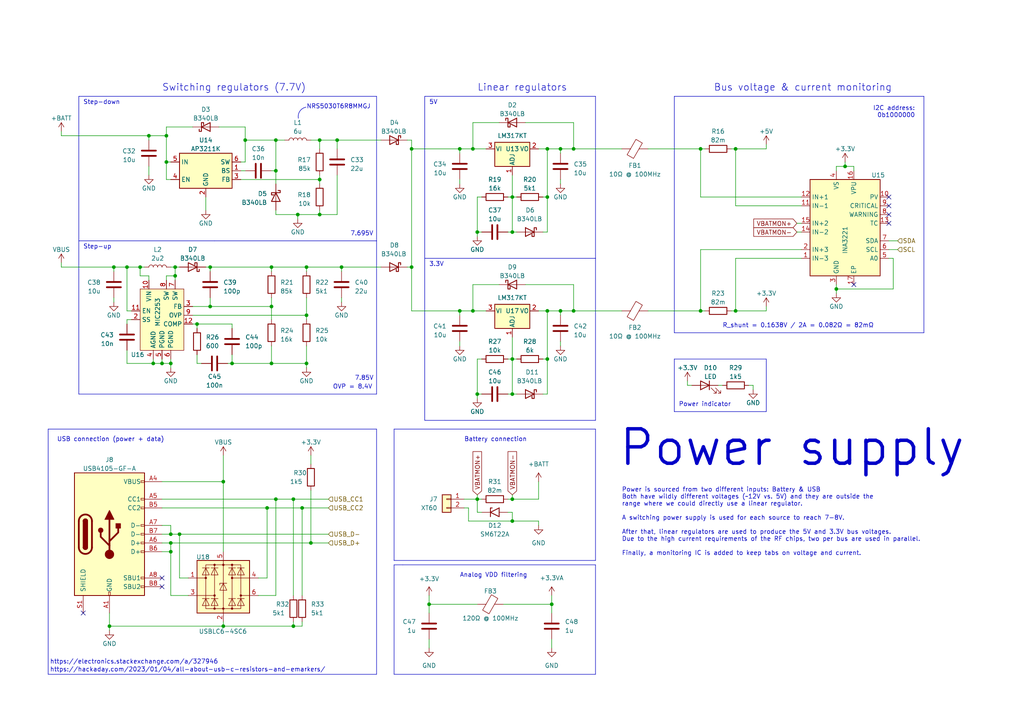
<source format=kicad_sch>
(kicad_sch (version 20230121) (generator eeschema)
  (paper "A4")
  (title_block (title "NOVA Flight computer") (date "2023-03-22") (rev "v0.0.1") (company "UCD Aerospace Engineering Team") (comment 1 "Til Blechschmidt"))
  (lib_symbols
    (symbol "Connector:USB_C_Receptacle_USB2.0" (pin_names (offset 1.016))
      (property "Reference" "J" (at -10.16 19.05 0))
      (property "Value" "USB_C_Receptacle_USB2.0" (at 19.05 19.05 0))
      (symbol "USB_C_Receptacle_USB2.0_1_1"
        (pin passive line (at 0 -22.86 90) (length 5.08) (name "GND") (number "A1"))
        (pin passive line (at 0 -22.86 90) (length 5.08) hide (name "GND") (number "A12"))
        (pin passive line (at 15.24 15.24 180) (length 5.08) (name "VBUS") (number "A4"))
        (pin bidirectional line (at 15.24 10.16 180) (length 5.08) (name "CC1") (number "A5"))
        (pin bidirectional line (at 15.24 -2.54 180) (length 5.08) (name "D+") (number "A6"))
        (pin bidirectional line (at 15.24 2.54 180) (length 5.08) (name "D-") (number "A7"))
        (pin bidirectional line (at 15.24 -12.7 180) (length 5.08) (name "SBU1") (number "A8"))
        (pin passive line (at 15.24 15.24 180) (length 5.08) hide (name "VBUS") (number "A9"))
        (pin passive line (at 0 -22.86 90) (length 5.08) hide (name "GND") (number "B1"))
        (pin passive line (at 0 -22.86 90) (length 5.08) hide (name "GND") (number "B12"))
        (pin passive line (at 15.24 15.24 180) (length 5.08) hide (name "VBUS") (number "B4"))
        (pin bidirectional line (at 15.24 7.62 180) (length 5.08) (name "CC2") (number "B5"))
        (pin bidirectional line (at 15.24 -5.08 180) (length 5.08) (name "D+") (number "B6"))
        (pin bidirectional line (at 15.24 0 180) (length 5.08) (name "D-") (number "B7"))
        (pin bidirectional line (at 15.24 -15.24 180) (length 5.08) (name "SBU2") (number "B8"))
        (pin passive line (at 15.24 15.24 180) (length 5.08) hide (name "VBUS") (number "B9"))
        (pin passive line (at -7.62 -22.86 90) (length 5.08) (name "SHIELD") (number "S1"))
      )
    )
    (symbol "Connector_Generic:Conn_01x02" (pin_names (offset 1.016) hide)
      (property "Reference" "J" (at 0 2.54 0))
      (property "Value" "Conn_01x02" (at 0 -5.08 0))
      (symbol "Conn_01x02_1_1"
        (pin passive line (at -5.08 0 0) (length 3.81) (name "Pin_1") (number "1"))
        (pin passive line (at -5.08 -2.54 0) (length 3.81) (name "Pin_2") (number "2"))
      )
    )
    (symbol "Device:C" (pin_numbers hide) (pin_names (offset 0.254))
      (property "Reference" "C" (at 0.635 2.54 0))
      (property "Value" "C" (at 0.635 -2.54 0))
      (symbol "C_1_1"
        (pin passive line (at 0 3.81 270) (length 2.794) (name "~") (number "1"))
        (pin passive line (at 0 -3.81 90) (length 2.794) (name "~") (number "2"))
      )
    )
    (symbol "Device:D_Schottky" (pin_numbers hide) (pin_names (offset 1.016) hide)
      (property "Reference" "D" (at 0 2.54 0))
      (property "Value" "D_Schottky" (at 0 -2.54 0))
      (symbol "D_Schottky_1_1"
        (pin passive line (at -3.81 0 0) (length 2.54) (name "K") (number "1"))
        (pin passive line (at 3.81 0 180) (length 2.54) (name "A") (number "2"))
      )
    )
    (symbol "Device:FerriteBead" (pin_numbers hide) (pin_names (offset 0))
      (property "Reference" "FB" (at -3.81 0.635 90))
      (property "Value" "FerriteBead" (at 3.81 0 90))
      (symbol "FerriteBead_1_1"
        (pin passive line (at 0 3.81 270) (length 2.54) (name "~") (number "1"))
        (pin passive line (at 0 -3.81 90) (length 2.54) (name "~") (number "2"))
      )
    )
    (symbol "Device:L" (pin_numbers hide) (pin_names (offset 1.016) hide)
      (property "Reference" "L" (at -1.27 0 90))
      (property "Value" "L" (at 1.905 0 90))
      (symbol "L_1_1"
        (pin passive line (at 0 3.81 270) (length 1.27) (name "1") (number "1"))
        (pin passive line (at 0 -3.81 90) (length 1.27) (name "2") (number "2"))
      )
    )
    (symbol "Device:LED" (pin_numbers hide) (pin_names (offset 1.016) hide)
      (property "Reference" "D" (at 0 2.54 0))
      (property "Value" "LED" (at 0 -2.54 0))
      (symbol "LED_1_1"
        (pin passive line (at -3.81 0 0) (length 2.54) (name "K") (number "1"))
        (pin passive line (at 3.81 0 180) (length 2.54) (name "A") (number "2"))
      )
    )
    (symbol "Device:R" (pin_numbers hide) (pin_names (offset 0))
      (property "Reference" "R" (at 2.032 0 90))
      (property "Value" "R" (at 0 0 90))
      (symbol "R_1_1"
        (pin passive line (at 0 3.81 270) (length 1.27) (name "~") (number "1"))
        (pin passive line (at 0 -3.81 90) (length 1.27) (name "~") (number "2"))
      )
    )
    (symbol "Diode:1N5822" (pin_numbers hide) (pin_names (offset 1.016) hide)
      (property "Reference" "D" (at 0 2.54 0))
      (property "Value" "1N5822" (at 0 -2.54 0))
      (symbol "1N5822_1_1"
        (pin passive line (at -3.81 0 0) (length 2.54) (name "K") (number "1"))
        (pin passive line (at 3.81 0 180) (length 2.54) (name "A") (number "2"))
      )
    )
    (symbol "Diode:SM6T22A" (pin_numbers hide) (pin_names (offset 1.016) hide)
      (property "Reference" "D" (at 0 2.54 0))
      (property "Value" "SM6T22A" (at 0 -2.54 0))
      (symbol "SM6T22A_1_1"
        (pin passive line (at -3.81 0 0) (length 2.54) (name "A1") (number "1"))
        (pin passive line (at 3.81 0 180) (length 2.54) (name "A2") (number "2"))
      )
    )
    (symbol "Odyssey:MIC2253"
      (property "Reference" "U" (at -21.59 2.54 0))
      (property "Value" "MIC2253" (at -21.59 5.08 0))
      (symbol "MIC2253_0_0"
        (pin power_in line (at -3.81 2.54 270) (length 2.54) (name "VIN") (number "10"))
        (pin input line (at -8.89 -6.35 0) (length 2.54) (name "EN") (number "11"))
        (pin input line (at 8.89 -10.16 180) (length 2.54) (name "COMP") (number "12"))
        (pin input line (at -8.89 -8.89 0) (length 2.54) (name "SS") (number "2"))
        (pin input line (at 8.89 -5.08 180) (length 2.54) (name "FB") (number "3"))
        (pin power_in line (at -2.54 -20.32 90) (length 2.54) (name "AGND") (number "4"))
        (pin power_in line (at 0 -20.32 90) (length 2.54) (name "PGND") (number "5"))
        (pin power_in line (at 2.54 -20.32 90) (length 2.54) (name "PGND") (number "6"))
        (pin bidirectional line (at 3.81 2.54 270) (length 2.54) (name "SW") (number "7"))
        (pin bidirectional line (at 1.27 2.54 270) (length 2.54) (name "SW") (number "8"))
        (pin input line (at 8.89 -7.62 180) (length 2.54) (name "OVP") (number "9"))
      )
      (symbol "MIC2253_1_0"
        (pin no_connect line (at 20.32 5.08 0) (length 2.54) hide (name "NC") (number "1"))
      )
    )
    (symbol "Power_Management:INA3221"
      (property "Reference" "U" (at -10.16 17.78 0))
      (property "Value" "INA3221" (at 5.08 17.78 0))
      (symbol "INA3221_1_1"
        (pin input line (at -12.7 -7.62 0) (length 2.54) (name "IN-3") (number "1"))
        (pin open_collector line (at 12.7 10.16 180) (length 2.54) (name "PV") (number "10"))
        (pin input line (at -12.7 7.62 0) (length 2.54) (name "IN-1") (number "11"))
        (pin input line (at -12.7 10.16 0) (length 2.54) (name "IN+1") (number "12"))
        (pin open_collector line (at 12.7 2.54 180) (length 2.54) (name "TC") (number "13"))
        (pin input line (at -12.7 0 0) (length 2.54) (name "IN-2") (number "14"))
        (pin input line (at -12.7 2.54 0) (length 2.54) (name "IN+2") (number "15"))
        (pin power_in line (at 2.54 17.78 270) (length 2.54) (name "VPU") (number "16"))
        (pin passive line (at 2.54 -15.24 90) (length 2.54) (name "EP") (number "17"))
        (pin input line (at -12.7 -5.08 0) (length 2.54) (name "IN+3") (number "2"))
        (pin power_in line (at -2.54 -15.24 90) (length 2.54) (name "GND") (number "3"))
        (pin power_in line (at -2.54 17.78 270) (length 2.54) (name "VS") (number "4"))
        (pin input line (at 12.7 -7.62 180) (length 2.54) (name "A0") (number "5"))
        (pin input line (at 12.7 -5.08 180) (length 2.54) (name "SCL") (number "6"))
        (pin bidirectional line (at 12.7 -2.54 180) (length 2.54) (name "SDA") (number "7"))
        (pin open_collector line (at 12.7 5.08 180) (length 2.54) (name "WARNING") (number "8"))
        (pin open_collector line (at 12.7 7.62 180) (length 2.54) (name "CRITICAL") (number "9"))
      )
    )
    (symbol "Power_Protection:USBLC6-4SC6" (pin_names hide)
      (property "Reference" "U" (at 2.54 8.89 0))
      (property "Value" "USBLC6-4SC6" (at 2.54 -8.89 0))
      (symbol "USBLC6-4SC6_1_1"
        (pin passive line (at -10.16 2.54 0) (length 2.54) (name "I/O1") (number "1"))
        (pin passive line (at 0 -10.16 90) (length 2.54) (name "GND") (number "2"))
        (pin passive line (at -10.16 -2.54 0) (length 2.54) (name "I/O2") (number "3"))
        (pin passive line (at 10.16 2.54 180) (length 2.54) (name "I/O3") (number "4"))
        (pin passive line (at 0 10.16 270) (length 2.54) (name "VBUS") (number "5"))
        (pin passive line (at 10.16 -2.54 180) (length 2.54) (name "I/O4") (number "6"))
      )
    )
    (symbol "Regulator_Linear:LM317_TO-263" (pin_names (offset 0.254))
      (property "Reference" "U" (at -3.81 3.175 0))
      (property "Value" "LM317_TO-263" (at 0 3.175 0))
      (symbol "LM317_TO-263_1_1"
        (pin input line (at 0 -7.62 90) (length 2.54) (name "ADJ") (number "1"))
        (pin power_out line (at 7.62 0 180) (length 2.54) (name "VO") (number "2"))
        (pin power_in line (at -7.62 0 0) (length 2.54) (name "VI") (number "3"))
      )
    )
    (symbol "Regulator_Switching:AP3211K"
      (property "Reference" "U" (at -7.62 6.35 0))
      (property "Value" "AP3211K" (at 0 6.35 0))
      (symbol "AP3211K_1_1"
        (pin passive line (at 10.16 0 180) (length 2.54) (name "BS") (number "1"))
        (pin power_in line (at 0 -7.62 90) (length 2.54) (name "GND") (number "2"))
        (pin input line (at 10.16 -2.54 180) (length 2.54) (name "FB") (number "3"))
        (pin input line (at -10.16 -2.54 0) (length 2.54) (name "EN") (number "4"))
        (pin power_in line (at -10.16 2.54 0) (length 2.54) (name "IN") (number "5"))
        (pin passive line (at 10.16 2.54 180) (length 2.54) (name "SW") (number "6"))
      )
    )
    (symbol "power:+3.3V" (power) (pin_names (offset 0))
      (property "Value" "+3.3V" (at 0 3.556 0))
      (symbol "+3.3V_1_1"
        (pin power_in line (at 0 0 90) (length 0) hide (name "+3.3V") (number "1"))
      )
    )
    (symbol "power:+3.3VA" (power) (pin_names (offset 0))
      (property "Value" "+3.3VA" (at 0 3.556 0))
      (symbol "+3.3VA_1_1"
        (pin power_in line (at 0 0 90) (length 0) hide (name "+3.3VA") (number "1"))
      )
    )
    (symbol "power:+5V" (power) (pin_names (offset 0))
      (property "Value" "+5V" (at 0 3.556 0))
      (symbol "+5V_1_1"
        (pin power_in line (at 0 0 90) (length 0) hide (name "+5V") (number "1"))
      )
    )
    (symbol "power:+BATT" (power) (pin_names (offset 0))
      (property "Value" "+BATT" (at 0 3.556 0))
      (symbol "+BATT_1_1"
        (pin power_in line (at 0 0 90) (length 0) hide (name "+BATT") (number "1"))
      )
    )
    (symbol "power:GND" (power) (pin_names (offset 0))
      (property "Value" "GND" (at 0 -3.81 0))
      (symbol "GND_1_1"
        (pin power_in line (at 0 0 270) (length 0) hide (name "GND") (number "1"))
      )
    )
    (symbol "power:VBUS" (power) (pin_names (offset 0))
      (property "Value" "VBUS" (at 0 3.81 0))
      (symbol "VBUS_1_1"
        (pin power_in line (at 0 0 90) (length 0) hide (name "VBUS") (number "1"))
      )
    )
  )
  (junction (at 43.18 39.37))
  (junction (at 31.75 181.61))
  (junction (at 49.53 157.48))
  (junction (at 92.71 52.07))
  (junction (at 44.45 105.41))
  (junction (at 60.96 77.47))
  (junction (at 137.16 43.18))
  (junction (at 80.01 40.64))
  (junction (at 88.9 77.47))
  (junction (at 166.37 43.18))
  (junction (at 92.71 40.64))
  (junction (at 49.53 105.41))
  (junction (at 88.9 91.44))
  (junction (at 78.74 77.47))
  (junction (at 158.75 104.14))
  (junction (at 78.74 105.41))
  (junction (at 119.38 77.47))
  (junction (at 85.09 181.61))
  (junction (at 245.11 48.26))
  (junction (at 138.43 67.31))
  (junction (at 48.26 39.37))
  (junction (at 203.2 43.18))
  (junction (at 60.96 88.9))
  (junction (at 50.8 77.47))
  (junction (at 160.02 175.26))
  (junction (at 158.75 43.18))
  (junction (at 49.53 154.94))
  (junction (at 124.46 175.26))
  (junction (at 78.74 88.9))
  (junction (at 148.59 144.78))
  (junction (at 133.35 43.18))
  (junction (at 40.64 77.47))
  (junction (at 203.2 90.17))
  (junction (at 92.71 62.23))
  (junction (at 148.59 151.13))
  (junction (at 158.75 90.17))
  (junction (at 99.06 77.47))
  (junction (at 88.9 105.41))
  (junction (at 67.31 105.41))
  (junction (at 52.07 154.94))
  (junction (at 148.59 104.14))
  (junction (at 213.36 90.17))
  (junction (at 90.17 157.48))
  (junction (at 48.26 46.99))
  (junction (at 213.36 43.18))
  (junction (at 242.57 83.82))
  (junction (at 138.43 144.78))
  (junction (at 77.47 147.32))
  (junction (at 86.36 62.23))
  (junction (at 133.35 90.17))
  (junction (at 64.77 181.61))
  (junction (at 158.75 57.15))
  (junction (at 97.79 40.64))
  (junction (at 148.59 67.31))
  (junction (at 87.63 147.32))
  (junction (at 46.99 105.41))
  (junction (at 119.38 43.18))
  (junction (at 80.01 144.78))
  (junction (at 166.37 90.17))
  (junction (at 162.56 43.18))
  (junction (at 71.12 40.64))
  (junction (at 85.09 144.78))
  (junction (at 57.15 93.98))
  (junction (at 36.83 77.47))
  (junction (at 148.59 114.3))
  (junction (at 64.77 139.7))
  (junction (at 138.43 114.3))
  (junction (at 162.56 90.17))
  (junction (at 80.01 49.53))
  (junction (at 33.02 77.47))
  (junction (at 49.53 160.02))
  (junction (at 50.8 80.01))
  (junction (at 137.16 90.17))
  (junction (at 148.59 57.15))
  (no_connect (at 257.81 62.23))
  (no_connect (at 247.65 82.55))
  (no_connect (at 257.81 64.77))
  (no_connect (at 46.99 170.18))
  (no_connect (at 46.99 167.64))
  (no_connect (at 24.13 177.8))
  (no_connect (at 257.81 59.69))
  (no_connect (at 257.81 57.15))
  (wire (pts (xy 138.43 114.3) (xy 139.7 114.3)))
  (wire (pts (xy 66.04 105.41) (xy 67.31 105.41)))
  (wire (pts (xy 232.41 72.39) (xy 203.2 72.39)))
  (wire (pts (xy 166.37 82.55) (xy 166.37 90.17)))
  (wire (pts (xy 67.31 95.25) (xy 67.31 93.98)))
  (wire (pts (xy 187.96 43.18) (xy 203.2 43.18)))
  (wire (pts (xy 64.77 139.7) (xy 64.77 160.02)))
  (wire (pts (xy 88.9 77.47) (xy 99.06 77.47)))
  (wire (pts (xy 97.79 40.64) (xy 97.79 43.18)))
  (wire (pts (xy 203.2 43.18) (xy 204.47 43.18)))
  (polyline (pts (xy 123.19 74.93) (xy 123.19 27.94)))
  (wire (pts (xy 260.35 69.85) (xy 257.81 69.85)))
  (wire (pts (xy 158.75 67.31) (xy 158.75 57.15)))
  (wire (pts (xy 60.96 86.36) (xy 60.96 88.9)))
  (wire (pts (xy 49.53 157.48) (xy 90.17 157.48)))
  (wire (pts (xy 85.09 144.78) (xy 85.09 172.72)))
  (wire (pts (xy 232.41 59.69) (xy 213.36 59.69)))
  (wire (pts (xy 78.74 49.53) (xy 80.01 49.53)))
  (wire (pts (xy 135.89 151.13) (xy 135.89 147.32)))
  (wire (pts (xy 60.96 77.47) (xy 78.74 77.47)))
  (polyline (pts (xy 109.22 27.94) (xy 22.86 27.94)))
  (wire (pts (xy 48.26 81.28) (xy 48.26 80.01)))
  (wire (pts (xy 124.46 172.72) (xy 124.46 175.26)))
  (wire (pts (xy 213.36 74.93) (xy 213.36 90.17)))
  (polyline (pts (xy 222.25 119.38) (xy 195.58 119.38)))
  (polyline (pts (xy 195.58 27.94) (xy 195.58 96.52)))
  (wire (pts (xy 203.2 72.39) (xy 203.2 90.17)))
  (wire (pts (xy 40.64 80.01) (xy 43.18 80.01)))
  (wire (pts (xy 36.83 90.17) (xy 36.83 77.47)))
  (wire (pts (xy 17.78 39.37) (xy 17.78 38.1)))
  (wire (pts (xy 36.83 101.6) (xy 36.83 105.41)))
  (wire (pts (xy 31.75 181.61) (xy 31.75 182.88)))
  (polyline (pts (xy 116.84 163.83) (xy 172.72 163.83)))
  (wire (pts (xy 148.59 97.79) (xy 148.59 104.14)))
  (wire (pts (xy 49.53 52.07) (xy 48.26 52.07)))
  (wire (pts (xy 50.8 80.01) (xy 50.8 81.28)))
  (wire (pts (xy 231.14 67.31) (xy 232.41 67.31)))
  (wire (pts (xy 259.08 74.93) (xy 259.08 83.82)))
  (wire (pts (xy 144.78 35.56) (xy 137.16 35.56)))
  (wire (pts (xy 160.02 172.72) (xy 160.02 175.26)))
  (wire (pts (xy 92.71 40.64) (xy 97.79 40.64)))
  (wire (pts (xy 71.12 40.64) (xy 80.01 40.64)))
  (wire (pts (xy 92.71 62.23) (xy 97.79 62.23)))
  (wire (pts (xy 78.74 105.41) (xy 88.9 105.41)))
  (wire (pts (xy 49.53 104.14) (xy 49.53 105.41)))
  (wire (pts (xy 90.17 40.64) (xy 92.71 40.64)))
  (wire (pts (xy 77.47 167.64) (xy 77.47 147.32)))
  (wire (pts (xy 87.63 147.32) (xy 87.63 172.72)))
  (wire (pts (xy 38.1 90.17) (xy 36.83 90.17)))
  (polyline (pts (xy 172.72 124.46) (xy 114.3 124.46)))
  (wire (pts (xy 162.56 99.06) (xy 162.56 100.33)))
  (wire (pts (xy 162.56 43.18) (xy 162.56 44.45)))
  (polyline (pts (xy 172.72 162.56) (xy 172.72 124.46)))
  (wire (pts (xy 148.59 114.3) (xy 149.86 114.3)))
  (wire (pts (xy 55.88 88.9) (xy 60.96 88.9)))
  (wire (pts (xy 49.53 160.02) (xy 49.53 157.48)))
  (polyline (pts (xy 123.19 27.94) (xy 172.72 27.94)))
  (wire (pts (xy 88.9 91.44) (xy 88.9 92.71)))
  (wire (pts (xy 71.12 40.64) (xy 71.12 46.99)))
  (wire (pts (xy 137.16 35.56) (xy 137.16 43.18)))
  (wire (pts (xy 46.99 152.4) (xy 49.53 152.4)))
  (wire (pts (xy 52.07 154.94) (xy 95.25 154.94)))
  (wire (pts (xy 60.96 88.9) (xy 78.74 88.9)))
  (wire (pts (xy 87.63 147.32) (xy 95.25 147.32)))
  (wire (pts (xy 139.7 57.15) (xy 138.43 57.15)))
  (wire (pts (xy 80.01 49.53) (xy 80.01 53.34)))
  (wire (pts (xy 158.75 43.18) (xy 162.56 43.18)))
  (wire (pts (xy 217.17 111.76) (xy 218.44 111.76)))
  (wire (pts (xy 162.56 43.18) (xy 166.37 43.18)))
  (wire (pts (xy 247.65 48.26) (xy 245.11 48.26)))
  (wire (pts (xy 135.89 147.32) (xy 134.62 147.32)))
  (polyline (pts (xy 22.86 69.85) (xy 62.23 69.85)))
  (wire (pts (xy 33.02 86.36) (xy 33.02 87.63)))
  (polyline (pts (xy 114.3 195.58) (xy 114.3 163.83)))
  (wire (pts (xy 118.11 40.64) (xy 119.38 40.64)))
  (wire (pts (xy 156.21 139.7) (xy 156.21 144.78)))
  (wire (pts (xy 133.35 99.06) (xy 133.35 100.33)))
  (wire (pts (xy 160.02 185.42) (xy 160.02 187.96)))
  (wire (pts (xy 242.57 49.53) (xy 242.57 48.26)))
  (wire (pts (xy 138.43 114.3) (xy 138.43 115.57)))
  (wire (pts (xy 242.57 48.26) (xy 245.11 48.26)))
  (wire (pts (xy 92.71 52.07) (xy 92.71 53.34)))
  (wire (pts (xy 48.26 46.99) (xy 49.53 46.99)))
  (polyline (pts (xy 195.58 104.14) (xy 222.25 104.14)))
  (wire (pts (xy 162.56 52.07) (xy 162.56 53.34)))
  (wire (pts (xy 69.85 52.07) (xy 92.71 52.07)))
  (wire (pts (xy 59.69 57.15) (xy 59.69 60.96)))
  (wire (pts (xy 99.06 77.47) (xy 110.49 77.47)))
  (wire (pts (xy 137.16 90.17) (xy 140.97 90.17)))
  (wire (pts (xy 57.15 93.98) (xy 55.88 93.98)))
  (wire (pts (xy 64.77 181.61) (xy 85.09 181.61)))
  (wire (pts (xy 49.53 154.94) (xy 52.07 154.94)))
  (wire (pts (xy 64.77 180.34) (xy 64.77 181.61)))
  (polyline (pts (xy 109.22 114.3) (xy 109.22 69.85)))
  (wire (pts (xy 166.37 90.17) (xy 180.34 90.17)))
  (wire (pts (xy 137.16 43.18) (xy 140.97 43.18)))
  (polyline (pts (xy 267.97 96.52) (xy 195.58 96.52)))
  (wire (pts (xy 148.59 57.15) (xy 148.59 67.31)))
  (wire (pts (xy 133.35 43.18) (xy 133.35 44.45)))
  (wire (pts (xy 46.99 147.32) (xy 77.47 147.32)))
  (polyline (pts (xy 109.22 69.85) (xy 109.22 27.94)))
  (polyline (pts (xy 195.58 27.94) (xy 267.97 27.94)))
  (polyline (pts (xy 195.58 104.14) (xy 195.58 119.38)))
  (wire (pts (xy 212.09 90.17) (xy 213.36 90.17)))
  (wire (pts (xy 259.08 83.82) (xy 242.57 83.82)))
  (wire (pts (xy 44.45 105.41) (xy 46.99 105.41)))
  (wire (pts (xy 33.02 77.47) (xy 33.02 78.74)))
  (polyline (pts (xy 123.19 121.92) (xy 172.72 121.92)))
  (wire (pts (xy 147.32 57.15) (xy 148.59 57.15)))
  (wire (pts (xy 158.75 43.18) (xy 158.75 57.15)))
  (wire (pts (xy 147.32 114.3) (xy 148.59 114.3)))
  (wire (pts (xy 46.99 104.14) (xy 46.99 105.41)))
  (wire (pts (xy 78.74 88.9) (xy 78.74 86.36)))
  (wire (pts (xy 43.18 39.37) (xy 48.26 39.37)))
  (wire (pts (xy 242.57 83.82) (xy 242.57 85.09)))
  (wire (pts (xy 138.43 57.15) (xy 138.43 67.31)))
  (wire (pts (xy 80.01 40.64) (xy 80.01 49.53)))
  (wire (pts (xy 48.26 52.07) (xy 48.26 46.99)))
  (wire (pts (xy 203.2 43.18) (xy 203.2 57.15)))
  (wire (pts (xy 48.26 80.01) (xy 50.8 80.01)))
  (wire (pts (xy 71.12 36.83) (xy 71.12 40.64)))
  (wire (pts (xy 157.48 114.3) (xy 158.75 114.3)))
  (wire (pts (xy 213.36 43.18) (xy 222.25 43.18)))
  (wire (pts (xy 80.01 144.78) (xy 85.09 144.78)))
  (wire (pts (xy 133.35 90.17) (xy 133.35 91.44)))
  (wire (pts (xy 92.71 60.96) (xy 92.71 62.23)))
  (polyline (pts (xy 114.3 162.56) (xy 172.72 162.56)))
  (wire (pts (xy 43.18 40.64) (xy 43.18 39.37)))
  (wire (pts (xy 158.75 90.17) (xy 162.56 90.17)))
  (wire (pts (xy 156.21 90.17) (xy 158.75 90.17)))
  (wire (pts (xy 78.74 100.33) (xy 78.74 105.41)))
  (wire (pts (xy 88.9 77.47) (xy 88.9 78.74)))
  (wire (pts (xy 40.64 77.47) (xy 41.91 77.47)))
  (wire (pts (xy 138.43 67.31) (xy 138.43 68.58)))
  (wire (pts (xy 80.01 60.96) (xy 80.01 62.23)))
  (wire (pts (xy 119.38 77.47) (xy 119.38 90.17)))
  (wire (pts (xy 199.39 111.76) (xy 200.66 111.76)))
  (wire (pts (xy 54.61 172.72) (xy 49.53 172.72)))
  (wire (pts (xy 152.4 82.55) (xy 166.37 82.55)))
  (wire (pts (xy 99.06 86.36) (xy 99.06 87.63)))
  (wire (pts (xy 124.46 175.26) (xy 124.46 177.8)))
  (polyline (pts (xy 22.86 114.3) (xy 109.22 114.3)))
  (wire (pts (xy 156.21 144.78) (xy 148.59 144.78)))
  (wire (pts (xy 138.43 104.14) (xy 138.43 114.3)))
  (wire (pts (xy 133.35 52.07) (xy 133.35 53.34)))
  (polyline (pts (xy 114.3 124.46) (xy 114.3 162.56)))
  (wire (pts (xy 90.17 157.48) (xy 95.25 157.48)))
  (wire (pts (xy 49.53 105.41) (xy 46.99 105.41)))
  (wire (pts (xy 232.41 74.93) (xy 213.36 74.93)))
  (wire (pts (xy 257.81 74.93) (xy 259.08 74.93)))
  (wire (pts (xy 92.71 52.07) (xy 92.71 50.8)))
  (wire (pts (xy 86.36 62.23) (xy 92.71 62.23)))
  (wire (pts (xy 78.74 88.9) (xy 78.74 92.71)))
  (wire (pts (xy 157.48 104.14) (xy 158.75 104.14)))
  (wire (pts (xy 146.05 175.26) (xy 160.02 175.26)))
  (wire (pts (xy 17.78 39.37) (xy 43.18 39.37)))
  (wire (pts (xy 148.59 57.15) (xy 149.86 57.15)))
  (wire (pts (xy 90.17 142.24) (xy 90.17 157.48)))
  (wire (pts (xy 17.78 77.47) (xy 17.78 76.2)))
  (wire (pts (xy 242.57 82.55) (xy 242.57 83.82)))
  (polyline (pts (xy 109.22 195.58) (xy 109.22 124.46)))
  (wire (pts (xy 148.59 104.14) (xy 148.59 114.3)))
  (wire (pts (xy 139.7 148.59) (xy 138.43 148.59)))
  (wire (pts (xy 67.31 105.41) (xy 78.74 105.41)))
  (wire (pts (xy 48.26 36.83) (xy 48.26 39.37)))
  (wire (pts (xy 57.15 95.25) (xy 57.15 93.98)))
  (wire (pts (xy 148.59 151.13) (xy 156.21 151.13)))
  (polyline (pts (xy 62.23 69.85) (xy 109.22 69.85)))
  (wire (pts (xy 88.9 105.41) (xy 88.9 106.68)))
  (wire (pts (xy 148.59 148.59) (xy 148.59 151.13)))
  (wire (pts (xy 118.11 77.47) (xy 119.38 77.47)))
  (wire (pts (xy 90.17 132.08) (xy 90.17 134.62)))
  (wire (pts (xy 87.63 180.34) (xy 87.63 181.61)))
  (wire (pts (xy 139.7 144.78) (xy 138.43 144.78)))
  (wire (pts (xy 57.15 105.41) (xy 58.42 105.41)))
  (wire (pts (xy 139.7 104.14) (xy 138.43 104.14)))
  (wire (pts (xy 133.35 43.18) (xy 137.16 43.18)))
  (wire (pts (xy 119.38 43.18) (xy 133.35 43.18)))
  (polyline (pts (xy 123.19 74.93) (xy 123.19 121.92)))
  (wire (pts (xy 119.38 90.17) (xy 133.35 90.17)))
  (wire (pts (xy 212.09 43.18) (xy 213.36 43.18)))
  (wire (pts (xy 97.79 40.64) (xy 110.49 40.64)))
  (wire (pts (xy 147.32 67.31) (xy 148.59 67.31)))
  (wire (pts (xy 147.32 148.59) (xy 148.59 148.59)))
  (wire (pts (xy 148.59 67.31) (xy 149.86 67.31)))
  (wire (pts (xy 74.93 172.72) (xy 80.01 172.72)))
  (polyline (pts (xy 13.97 195.58) (xy 109.22 195.58)))
  (wire (pts (xy 133.35 90.17) (xy 137.16 90.17)))
  (polyline (pts (xy 267.97 27.94) (xy 267.97 96.52)))
  (wire (pts (xy 156.21 43.18) (xy 158.75 43.18)))
  (wire (pts (xy 138.43 67.31) (xy 139.7 67.31)))
  (wire (pts (xy 148.59 104.14) (xy 149.86 104.14)))
  (polyline (pts (xy 13.97 124.46) (xy 13.97 195.58)))
  (wire (pts (xy 119.38 43.18) (xy 119.38 40.64)))
  (wire (pts (xy 85.09 180.34) (xy 85.09 181.61)))
  (wire (pts (xy 87.63 181.61) (xy 85.09 181.61)))
  (wire (pts (xy 74.93 167.64) (xy 77.47 167.64)))
  (polyline (pts (xy 222.25 104.14) (xy 222.25 119.38)))
  (wire (pts (xy 60.96 77.47) (xy 60.96 78.74)))
  (wire (pts (xy 213.36 90.17) (xy 222.25 90.17)))
  (polyline (pts (xy 109.22 124.46) (xy 13.97 124.46)))
  (wire (pts (xy 88.9 100.33) (xy 88.9 105.41)))
  (wire (pts (xy 119.38 43.18) (xy 119.38 77.47)))
  (wire (pts (xy 166.37 35.56) (xy 166.37 43.18)))
  (wire (pts (xy 46.99 157.48) (xy 49.53 157.48)))
  (wire (pts (xy 55.88 91.44) (xy 88.9 91.44)))
  (wire (pts (xy 80.01 40.64) (xy 82.55 40.64)))
  (wire (pts (xy 232.41 57.15) (xy 203.2 57.15)))
  (polyline (pts (xy 114.3 163.83) (xy 116.84 163.83)))
  (wire (pts (xy 67.31 102.87) (xy 67.31 105.41)))
  (wire (pts (xy 213.36 43.18) (xy 213.36 59.69)))
  (wire (pts (xy 43.18 80.01) (xy 43.18 81.28)))
  (wire (pts (xy 137.16 82.55) (xy 137.16 90.17)))
  (wire (pts (xy 260.35 72.39) (xy 257.81 72.39)))
  (wire (pts (xy 138.43 175.26) (xy 124.46 175.26)))
  (wire (pts (xy 54.61 167.64) (xy 52.07 167.64)))
  (wire (pts (xy 78.74 77.47) (xy 88.9 77.47)))
  (wire (pts (xy 31.75 181.61) (xy 64.77 181.61)))
  (wire (pts (xy 49.53 172.72) (xy 49.53 160.02)))
  (polyline (pts (xy 22.86 27.94) (xy 22.86 69.85)))
  (wire (pts (xy 199.39 110.49) (xy 199.39 111.76)))
  (wire (pts (xy 138.43 144.78) (xy 138.43 148.59)))
  (wire (pts (xy 36.83 77.47) (xy 40.64 77.47)))
  (wire (pts (xy 92.71 40.64) (xy 92.71 43.18)))
  (wire (pts (xy 148.59 144.78) (xy 147.32 144.78)))
  (wire (pts (xy 43.18 48.26) (xy 43.18 50.8)))
  (wire (pts (xy 222.25 90.17) (xy 222.25 88.9)))
  (wire (pts (xy 50.8 77.47) (xy 52.07 77.47)))
  (wire (pts (xy 36.83 105.41) (xy 44.45 105.41)))
  (polyline (pts (xy 172.72 27.94) (xy 172.72 74.93)))
  (wire (pts (xy 46.99 160.02) (xy 49.53 160.02)))
  (wire (pts (xy 49.53 105.41) (xy 49.53 106.68)))
  (wire (pts (xy 88.9 86.36) (xy 88.9 91.44)))
  (wire (pts (xy 36.83 92.71) (xy 38.1 92.71)))
  (wire (pts (xy 158.75 90.17) (xy 158.75 104.14)))
  (wire (pts (xy 36.83 93.98) (xy 36.83 92.71)))
  (wire (pts (xy 49.53 152.4) (xy 49.53 154.94)))
  (wire (pts (xy 247.65 49.53) (xy 247.65 48.26)))
  (wire (pts (xy 157.48 57.15) (xy 158.75 57.15)))
  (wire (pts (xy 99.06 77.47) (xy 99.06 78.74)))
  (wire (pts (xy 245.11 48.26) (xy 245.11 46.99)))
  (polyline (pts (xy 172.72 121.92) (xy 172.72 74.93)))
  (wire (pts (xy 138.43 144.78) (xy 134.62 144.78)))
  (wire (pts (xy 135.89 151.13) (xy 148.59 151.13)))
  (wire (pts (xy 48.26 46.99) (xy 48.26 39.37)))
  (wire (pts (xy 218.44 111.76) (xy 218.44 113.03)))
  (wire (pts (xy 50.8 80.01) (xy 50.8 77.47)))
  (wire (pts (xy 46.99 154.94) (xy 49.53 154.94)))
  (polyline (pts (xy 172.72 195.58) (xy 114.3 195.58)))
  (wire (pts (xy 46.99 144.78) (xy 80.01 144.78)))
  (wire (pts (xy 148.59 143.51) (xy 148.59 144.78)))
  (polyline (pts (xy 22.86 69.85) (xy 22.86 114.3)))
  (wire (pts (xy 86.36 63.5) (xy 86.36 62.23)))
  (wire (pts (xy 55.88 36.83) (xy 48.26 36.83)))
  (wire (pts (xy 64.77 132.08) (xy 64.77 139.7)))
  (wire (pts (xy 162.56 90.17) (xy 166.37 90.17)))
  (wire (pts (xy 124.46 185.42) (xy 124.46 187.96)))
  (wire (pts (xy 97.79 50.8) (xy 97.79 62.23)))
  (wire (pts (xy 69.85 46.99) (xy 71.12 46.99)))
  (wire (pts (xy 77.47 147.32) (xy 87.63 147.32)))
  (wire (pts (xy 17.78 77.47) (xy 33.02 77.47)))
  (wire (pts (xy 78.74 77.47) (xy 78.74 78.74)))
  (wire (pts (xy 57.15 102.87) (xy 57.15 105.41)))
  (polyline (pts (xy 172.72 163.83) (xy 172.72 195.58)))
  (wire (pts (xy 222.25 43.18) (xy 222.25 41.91)))
  (wire (pts (xy 203.2 90.17) (xy 204.47 90.17)))
  (wire (pts (xy 85.09 144.78) (xy 95.25 144.78)))
  (wire (pts (xy 209.55 111.76) (xy 208.28 111.76)))
  (wire (pts (xy 44.45 104.14) (xy 44.45 105.41)))
  (wire (pts (xy 156.21 151.13) (xy 156.21 152.4)))
  (wire (pts (xy 138.43 143.51) (xy 138.43 144.78)))
  (wire (pts (xy 57.15 93.98) (xy 67.31 93.98)))
  (wire (pts (xy 166.37 43.18) (xy 180.34 43.18)))
  (wire (pts (xy 147.32 104.14) (xy 148.59 104.14)))
  (wire (pts (xy 144.78 82.55) (xy 137.16 82.55)))
  (wire (pts (xy 80.01 172.72) (xy 80.01 144.78)))
  (wire (pts (xy 160.02 177.8) (xy 160.02 175.26)))
  (wire (pts (xy 148.59 50.8) (xy 148.59 57.15)))
  (wire (pts (xy 52.07 167.64) (xy 52.07 154.94)))
  (wire (pts (xy 187.96 90.17) (xy 203.2 90.17)))
  (wire (pts (xy 31.75 177.8) (xy 31.75 181.61)))
  (wire (pts (xy 162.56 90.17) (xy 162.56 91.44)))
  (wire (pts (xy 59.69 77.47) (xy 60.96 77.47)))
  (polyline (pts (xy 172.72 74.93) (xy 123.19 74.93)))
  (wire (pts (xy 49.53 77.47) (xy 50.8 77.47)))
  (wire (pts (xy 157.48 67.31) (xy 158.75 67.31)))
  (wire (pts (xy 63.5 36.83) (xy 71.12 36.83)))
  (wire (pts (xy 40.64 77.47) (xy 40.64 80.01)))
  (wire (pts (xy 158.75 114.3) (xy 158.75 104.14)))
  (wire (pts (xy 33.02 77.47) (xy 36.83 77.47)))
  (wire (pts (xy 231.14 64.77) (xy 232.41 64.77)))
  (wire (pts (xy 80.01 62.23) (xy 86.36 62.23)))
  (wire (pts (xy 69.85 49.53) (xy 71.12 49.53)))
  (wire (pts (xy 46.99 139.7) (xy 64.77 139.7)))
  (wire (pts (xy 152.4 35.56) (xy 166.37 35.56)))
  (arc (start 86.5398 34.3019) (mid 86.9734 32.2468) (end 88.7276 31.0916))
  (text "OVP = 8.4V" (at 96.52 113.03 0) (effects (font (size 1.27 1.27)) (justify left bottom)))
  (text "Switching regulators (7.7V)" (at 46.99 26.67 0) (effects (font (size 2 2)) (justify left bottom)))
  (text "Battery connection" (at 134.62 128.27 0) (effects (font (size 1.27 1.27)) (justify left bottom)))
  (text "NRS5030T6R8MMGJ" (at 88.9 31.75 0) (effects (font (size 1.27 1.27)) (justify left bottom)))
  (text "Step-down" (at 24.13 30.48 0) (effects (font (size 1.27 1.27)) (justify left bottom)))
  (text "5V\n" (at 124.46 30.48 0) (effects (font (size 1.27 1.27)) (justify left bottom)))
  (text "https://electronics.stackexchange.com/a/327946" (at 14.478 192.786 0) (effects (font (size 1.27 1.27)) (justify left bottom)))
  (text "R_shunt = 0.1638V / 2A = 0.082Ω = 82mΩ\n" (at 209.55 95.25 0) (effects (font (size 1.27 1.27)) (justify left bottom)))
  (text "7.695V" (at 101.6 68.58 0) (effects (font (size 1.27 1.27)) (justify left bottom)))
  (text "7.85V" (at 102.87 110.49 0) (effects (font (size 1.27 1.27)) (justify left bottom)))
  (text "https://hackaday.com/2023/01/04/all-about-usb-c-resistors-and-emarkers/" (at 14.478 195.072 0) (effects (font (size 1.27 1.27)) (justify left bottom)))
  (text "Power supply\n" (at 179.07 135.89 0) (effects (font (size 10 10) (thickness 1) bold) (justify left bottom)))
  (text "Linear regulators" (at 138.43 26.67 0) (effects (font (size 2 2)) (justify left bottom)))
  (text "Step-up" (at 24.13 72.39 0) (effects (font (size 1.27 1.27)) (justify left bottom)))
  (text "Analog VDD filtering" (at 133.35 167.64 0) (effects (font (size 1.27 1.27)) (justify left bottom)))
  (text "3.3V\n" (at 124.46 77.47 0) (effects (font (size 1.27 1.27)) (justify left bottom)))
  (text "USB connection (power + data)" (at 16.51 128.27 0) (effects (font (size 1.27 1.27)) (justify left bottom)))
  (text "Power indicator" (at 196.85 118.11 0) (effects (font (size 1.27 1.27)) (justify left bottom)))
  (text "Bus voltage & current monitoring" (at 207.01 26.67 0) (effects (font (size 2 2)) (justify left bottom)))
  (text "I2C address:\n0b1000000" (at 265.43 34.29 0) (effects (font (size 1.27 1.27)) (justify right bottom)))
  (text "Power is sourced from two different inputs: Battery & USB\nBoth have wildly different voltages (~12V vs. 5V) and they are outside the \nrange where we could directly use a linear regulator. \n\nA switching power supply is used for each source to reach 7-8V.\n\nAfter that, linear regulators are used to produce the 5V and 3.3V bus voltages. \nDue to the high current requirements of the RF chips, two per bus are used in parallel.\n\nFinally, a monitoring IC is added to keep tabs on voltage and current." (at 180.34 161.29 0) (effects (font (size 1.27 1.27)) (justify left bottom)))
  (global_label "VBATMON+" (shape input) (at 231.14 64.77 180) (property "Intersheetrefs" "${INTERSHEET_REFS}" (effects hide)))
  (global_label "VBATMON-" (shape input) (at 231.14 67.31 180) (property "Intersheetrefs" "${INTERSHEET_REFS}" (effects hide)))
  (global_label "VBATMON-" (shape input) (at 148.59 143.51 90) (property "Intersheetrefs" "${INTERSHEET_REFS}" (effects hide)))
  (global_label "VBATMON+" (shape input) (at 138.43 143.51 90) (property "Intersheetrefs" "${INTERSHEET_REFS}" (effects hide)))
  (hierarchical_label "SDA" (shape input) (at 260.35 69.85 0))
  (hierarchical_label "USB_CC1" (shape input) (at 95.25 144.78 0))
  (hierarchical_label "USB_D-" (shape input) (at 95.25 154.94 0))
  (hierarchical_label "USB_CC2" (shape input) (at 95.25 147.32 0))
  (hierarchical_label "USB_D+" (shape input) (at 95.25 157.48 0))
  (hierarchical_label "SCL" (shape input) (at 260.35 72.39 0))
  (symbol (lib_id "power:GND") (at 138.43 115.57 0) (unit 1)
    (property "Reference" "#PWR076" (effects hide))
    (property "Value" "GND" (at 138.43 119.38 0))
  )
  (symbol (lib_id "Device:R") (at 92.71 57.15 0) (mirror y) (unit 1)
    (property "Reference" "R18" (at 90.17 56.515 0) (effects (justify left)))
    (property "Value" "10k" (at 90.17 59.055 0) (effects (justify left)))
    (property "Footprint" "Resistor_SMD:R_0402_1005Metric_Pad0.72x0.64mm_HandSolder" (effects hide))
  )
  (symbol (lib_id "Diode:1N5822") (at 114.3 77.47 0) (mirror y) (unit 1)
    (property "Reference" "D8" (at 113.03 71.12 0) (effects (justify right)))
    (property "Value" "B340LB" (at 110.49 73.66 0) (effects (justify right)))
    (property "Footprint" "Diode_SMD:D_SMB_Handsoldering" (effects hide))
    (property "Datasheet" "http://www.vishay.com/docs/88526/1n5820.pdf" (effects hide))
  )
  (symbol (lib_id "Device:C") (at 133.35 48.26 0) (mirror y) (unit 1)
    (property "Reference" "C34" (at 129.54 47.625 0) (effects (justify left)))
    (property "Value" "10u" (at 129.54 50.165 0) (effects (justify left)))
    (property "Footprint" "Capacitor_SMD:C_0603_1608Metric_Pad1.08x0.95mm_HandSolder" (effects hide))
  )
  (symbol (lib_id "Connector:USB_C_Receptacle_USB2.0") (at 31.75 154.94 0) (unit 1)
    (property "Reference" "J8" (at 31.75 133.35 0))
    (property "Value" "USB4105-GF-A" (at 31.75 135.89 0))
    (property "Footprint" "Connector_USB:USB_C_Receptacle_GCT_USB4105-xx-A_16P_TopMnt_Horizontal" (effects hide))
    (property "Datasheet" "https://www.usb.org/sites/default/files/documents/usb_type-c.zip" (effects hide))
  )
  (symbol (lib_id "power:GND") (at 124.46 187.96 0) (unit 1)
    (property "Reference" "#PWR084" (effects hide))
    (property "Value" "GND" (at 124.46 193.04 0))
  )
  (symbol (lib_id "power:GND") (at 88.9 106.68 0) (unit 1)
    (property "Reference" "#PWR073" (effects hide))
    (property "Value" "GND" (at 88.9 110.49 0))
  )
  (symbol (lib_id "power:GND") (at 138.43 68.58 0) (unit 1)
    (property "Reference" "#PWR064" (effects hide))
    (property "Value" "GND" (at 138.43 72.39 0))
  )
  (symbol (lib_id "Device:D_Schottky") (at 55.88 77.47 180) (unit 1)
    (property "Reference" "D7" (at 55.88 72.39 0))
    (property "Value" "B340LB" (at 55.88 74.93 0))
    (property "Footprint" "Diode_SMD:D_SMB_Handsoldering" (effects hide))
  )
  (symbol (lib_id "Device:FerriteBead") (at 142.24 175.26 90) (unit 1)
    (property "Reference" "FB3" (at 142.24 171.45 90))
    (property "Value" "120Ω @ 100MHz" (at 142.24 179.324 90))
  )
  (symbol (lib_id "power:+3.3V") (at 90.17 132.08 0) (unit 1)
    (property "Reference" "#PWR078" (effects hide))
    (property "Value" "+3.3V" (at 90.17 128.27 0))
  )
  (symbol (lib_id "Device:R") (at 90.17 138.43 0) (unit 1)
    (property "Reference" "R30" (at 85.09 137.16 0) (effects (justify left)))
    (property "Value" "1k5" (at 84.074 139.7 0) (effects (justify left)))
    (property "Footprint" "Resistor_SMD:R_0402_1005Metric_Pad0.72x0.64mm_HandSolder" (effects hide))
  )
  (symbol (lib_id "Device:C") (at 43.18 44.45 0) (mirror y) (unit 1)
    (property "Reference" "C32" (at 39.37 43.815 0) (effects (justify left)))
    (property "Value" "10u" (at 39.37 46.355 0) (effects (justify left)))
    (property "Footprint" "Capacitor_SMD:C_0603_1608Metric_Pad1.08x0.95mm_HandSolder" (effects hide))
  )
  (symbol (lib_id "power:+BATT") (at 156.21 139.7 0) (unit 1)
    (property "Reference" "#PWR079" (effects hide))
    (property "Value" "+BATT" (at 156.21 134.62 0))
  )
  (symbol (lib_id "Device:R") (at 208.28 43.18 90) (unit 1)
    (property "Reference" "R16" (at 208.28 38.1 90))
    (property "Value" "82m" (at 208.28 40.64 90))
    (property "Footprint" "Resistor_SMD:R_1206_3216Metric_Pad1.30x1.75mm_HandSolder" (effects hide))
  )
  (symbol (lib_id "power:GND") (at 43.18 50.8 0) (unit 1)
    (property "Reference" "#PWR059" (effects hide))
    (property "Value" "GND" (at 43.18 54.61 0))
  )
  (symbol (lib_id "Odyssey:MIC2253") (at 46.99 83.82 0) (unit 1)
    (property "Reference" "U16" (at 41.91 102.87 0) (effects (justify right)))
    (property "Value" "MIC2253" (at 45.72 86.36 90) (effects (justify right)))
    (property "Footprint" "Package_DFN_QFN:DFN-12-1EP_3x3mm_P0.5mm_EP1.6x2.5mm" (effects hide))
    (property "Datasheet" "https://ww1.microchip.com/downloads/aemDocuments/documents/OTH/ProductDocuments/DataSheets/MIC2253-High-Current-1MHz-High-Efficiency-Boost-Regulator-with-OVP-and-Soft-Start-DS20006070A.pdf" (effects hide))
  )
  (symbol (lib_id "Regulator_Linear:LM317_TO-263") (at 148.59 43.18 0) (unit 1)
    (property "Reference" "U13" (at 148.59 43.18 0))
    (property "Value" "LM317KT" (at 148.59 39.37 0))
    (property "Footprint" "Package_TO_SOT_SMD:TO-263-3_TabPin2" (effects hide))
    (property "Datasheet" "http://www.ti.com/lit/ds/symlink/lm317.pdf" (effects hide))
  )
  (symbol (lib_id "power:GND") (at 162.56 53.34 0) (unit 1)
    (property "Reference" "#PWR061" (effects hide))
    (property "Value" "GND" (at 162.56 57.15 0))
  )
  (symbol (lib_id "Device:C") (at 133.35 95.25 0) (mirror y) (unit 1)
    (property "Reference" "C41" (at 129.54 94.615 0) (effects (justify left)))
    (property "Value" "10u" (at 129.54 97.155 0) (effects (justify left)))
    (property "Footprint" "Capacitor_SMD:C_0603_1608Metric_Pad1.08x0.95mm_HandSolder" (effects hide))
  )
  (symbol (lib_id "Device:C") (at 74.93 49.53 90) (unit 1)
    (property "Reference" "C36" (at 74.93 43.18 90))
    (property "Value" "10n" (at 74.93 45.72 90))
    (property "Footprint" "Capacitor_SMD:C_0402_1005Metric_Pad0.74x0.62mm_HandSolder" (effects hide))
  )
  (symbol (lib_id "Device:C") (at 97.79 46.99 0) (unit 1)
    (property "Reference" "C33" (at 101.6 46.355 0) (effects (justify left)))
    (property "Value" "22u" (at 101.6 48.895 0) (effects (justify left)))
    (property "Footprint" "Capacitor_SMD:C_0603_1608Metric_Pad1.08x0.95mm_HandSolder" (effects hide))
  )
  (symbol (lib_id "power:GND") (at 160.02 187.96 0) (unit 1)
    (property "Reference" "#PWR085" (effects hide))
    (property "Value" "GND" (at 160.02 193.04 0))
  )
  (symbol (lib_id "power:GND") (at 49.53 106.68 0) (unit 1)
    (property "Reference" "#PWR072" (effects hide))
    (property "Value" "GND" (at 49.53 110.49 0))
  )
  (symbol (lib_id "power:GND") (at 33.02 87.63 0) (unit 1)
    (property "Reference" "#PWR067" (effects hide))
    (property "Value" "GND" (at 33.02 91.44 0))
  )
  (symbol (lib_id "Device:R") (at 143.51 104.14 90) (unit 1)
    (property "Reference" "R27" (at 143.51 99.06 90))
    (property "Value" "10k" (at 143.51 101.6 90))
    (property "Footprint" "Resistor_SMD:R_0402_1005Metric_Pad0.72x0.64mm_HandSolder" (effects hide))
  )
  (symbol (lib_id "Device:C") (at 36.83 97.79 0) (mirror y) (unit 1)
    (property "Reference" "C43" (at 33.02 97.155 0) (effects (justify left)))
    (property "Value" "10n" (at 33.02 99.695 0) (effects (justify left)))
    (property "Footprint" "Capacitor_SMD:C_0402_1005Metric_Pad0.74x0.62mm_HandSolder" (effects hide))
  )
  (symbol (lib_id "Device:C") (at 33.02 82.55 0) (mirror y) (unit 1)
    (property "Reference" "C38" (at 29.21 81.915 0) (effects (justify left)))
    (property "Value" "10u" (at 29.21 84.455 0) (effects (justify left)))
    (property "Footprint" "Capacitor_SMD:C_0603_1608Metric_Pad1.08x0.95mm_HandSolder" (effects hide))
  )
  (symbol (lib_id "power:GND") (at 162.56 100.33 0) (unit 1)
    (property "Reference" "#PWR071" (effects hide))
    (property "Value" "GND" (at 162.56 104.14 0))
  )
  (symbol (lib_id "Device:C") (at 60.96 82.55 0) (unit 1)
    (property "Reference" "C39" (at 64.77 81.915 0) (effects (justify left)))
    (property "Value" "100p" (at 64.77 84.455 0) (effects (justify left)))
    (property "Footprint" "Capacitor_SMD:C_0402_1005Metric_Pad0.74x0.62mm_HandSolder" (effects hide))
  )
  (symbol (lib_id "Device:R") (at 57.15 99.06 0) (unit 1)
    (property "Reference" "R26" (at 59.69 97.79 0) (effects (justify left)))
    (property "Value" "600" (at 59.69 100.33 0) (effects (justify left)))
    (property "Footprint" "Resistor_SMD:R_0402_1005Metric_Pad0.72x0.64mm_HandSolder" (effects hide))
  )
  (symbol (lib_id "power:+3.3V") (at 245.11 46.99 0) (mirror y) (unit 1)
    (property "Reference" "#PWR058" (effects hide))
    (property "Value" "+3.3V" (at 245.11 43.18 0))
  )
  (symbol (lib_id "power:+BATT") (at 17.78 38.1 0) (unit 1)
    (property "Reference" "#PWR056" (effects hide))
    (property "Value" "+BATT" (at 17.78 34.29 0))
  )
  (symbol (lib_id "Device:C") (at 62.23 105.41 90) (mirror x) (unit 1)
    (property "Reference" "C45" (at 62.23 109.22 90))
    (property "Value" "100n" (at 62.23 111.76 90))
    (property "Footprint" "Capacitor_SMD:C_0402_1005Metric_Pad0.74x0.62mm_HandSolder" (effects hide))
  )
  (symbol (lib_id "Device:FerriteBead") (at 184.15 90.17 90) (unit 1)
    (property "Reference" "FB2" (at 184.15 94.996 90))
    (property "Value" "10Ω @ 100MHz" (at 184.15 97.536 90))
  )
  (symbol (lib_id "Device:C") (at 162.56 95.25 0) (unit 1)
    (property "Reference" "C42" (at 166.37 94.615 0) (effects (justify left)))
    (property "Value" "10u" (at 166.37 97.155 0) (effects (justify left)))
    (property "Footprint" "Capacitor_SMD:C_0603_1608Metric_Pad1.08x0.95mm_HandSolder" (effects hide))
  )
  (symbol (lib_id "Device:L") (at 86.36 40.64 90) (unit 1)
    (property "Reference" "L1" (at 86.36 35.56 90))
    (property "Value" "6u" (at 86.36 38.1 90))
  )
  (symbol (lib_id "power:GND") (at 31.75 182.88 0) (unit 1)
    (property "Reference" "#PWR083" (effects hide))
    (property "Value" "GND" (at 31.75 186.69 0))
  )
  (symbol (lib_id "Device:C") (at 162.56 48.26 0) (unit 1)
    (property "Reference" "C35" (at 166.37 47.625 0) (effects (justify left)))
    (property "Value" "10u" (at 166.37 50.165 0) (effects (justify left)))
    (property "Footprint" "Capacitor_SMD:C_0603_1608Metric_Pad1.08x0.95mm_HandSolder" (effects hide))
  )
  (symbol (lib_id "power:GND") (at 133.35 53.34 0) (unit 1)
    (property "Reference" "#PWR060" (effects hide))
    (property "Value" "GND" (at 133.35 57.15 0))
  )
  (symbol (lib_id "Diode:1N5822") (at 148.59 35.56 0) (unit 1)
    (property "Reference" "D2" (at 148.59 30.48 0))
    (property "Value" "B340LB" (at 148.59 33.02 0))
    (property "Footprint" "Diode_SMD:D_SMB_Handsoldering" (effects hide))
    (property "Datasheet" "http://www.vishay.com/docs/88526/1n5820.pdf" (effects hide))
  )
  (symbol (lib_id "power:GND") (at 133.35 100.33 0) (unit 1)
    (property "Reference" "#PWR070" (effects hide))
    (property "Value" "GND" (at 133.35 104.14 0))
  )
  (symbol (lib_id "Device:R") (at 213.36 111.76 90) (unit 1)
    (property "Reference" "R29" (at 213.36 106.68 90))
    (property "Value" "1k5" (at 213.36 109.22 90))
    (property "Footprint" "Resistor_SMD:R_0402_1005Metric_Pad0.72x0.64mm_HandSolder" (effects hide))
  )
  (symbol (lib_id "Diode:1N5822") (at 153.67 114.3 0) (mirror y) (unit 1)
    (property "Reference" "D11" (at 152.4 107.95 0) (effects (justify right)))
    (property "Value" "B340LB" (at 149.86 110.49 0) (effects (justify right)))
    (property "Footprint" "Diode_SMD:D_SMB_Handsoldering" (effects hide))
    (property "Datasheet" "http://www.vishay.com/docs/88526/1n5820.pdf" (effects hide))
  )
  (symbol (lib_id "Device:C") (at 124.46 181.61 0) (unit 1)
    (property "Reference" "C47" (at 120.65 180.34 0) (effects (justify right)))
    (property "Value" "1u" (at 120.65 182.88 0) (effects (justify right)))
    (property "Footprint" "Capacitor_SMD:C_0603_1608Metric_Pad1.08x0.95mm_HandSolder" (effects hide))
  )
  (symbol (lib_id "power:VBUS") (at 17.78 76.2 0) (unit 1)
    (property "Reference" "#PWR065" (effects hide))
    (property "Value" "VBUS" (at 17.78 72.39 0))
  )
  (symbol (lib_id "Device:C") (at 67.31 99.06 0) (unit 1)
    (property "Reference" "C44" (at 71.12 97.79 0) (effects (justify left)))
    (property "Value" "100p" (at 71.12 100.33 0) (effects (justify left)))
    (property "Footprint" "Capacitor_SMD:C_0402_1005Metric_Pad0.74x0.62mm_HandSolder" (effects hide))
  )
  (symbol (lib_id "Connector_Generic:Conn_01x02") (at 129.54 144.78 0) (mirror y) (unit 1)
    (property "Reference" "J7" (at 125.73 144.78 0))
    (property "Value" "XT60" (at 124.46 147.32 0))
  )
  (symbol (lib_id "Diode:1N5822") (at 153.67 67.31 0) (mirror y) (unit 1)
    (property "Reference" "D6" (at 152.4 60.96 0) (effects (justify right)))
    (property "Value" "B340LB" (at 149.86 63.5 0) (effects (justify right)))
    (property "Footprint" "Diode_SMD:D_SMB_Handsoldering" (effects hide))
    (property "Datasheet" "http://www.vishay.com/docs/88526/1n5820.pdf" (effects hide))
  )
  (symbol (lib_id "power:GND") (at 242.57 85.09 0) (mirror y) (unit 1)
    (property "Reference" "#PWR066" (effects hide))
    (property "Value" "GND" (at 242.57 88.9 0))
  )
  (symbol (lib_id "Device:L") (at 45.72 77.47 90) (unit 1)
    (property "Reference" "L2" (at 45.72 72.39 90))
    (property "Value" "2u2" (at 45.72 74.93 90))
  )
  (symbol (lib_id "Device:C") (at 160.02 181.61 0) (unit 1)
    (property "Reference" "C48" (at 163.83 180.3399 0) (effects (justify left)))
    (property "Value" "1u" (at 163.83 182.8799 0) (effects (justify left)))
    (property "Footprint" "Capacitor_SMD:C_0603_1608Metric_Pad1.08x0.95mm_HandSolder" (effects hide))
  )
  (symbol (lib_id "power:+3.3V") (at 124.46 172.72 0) (unit 1)
    (property "Reference" "#PWR081" (effects hide))
    (property "Value" "+3.3V" (at 124.46 167.894 0))
  )
  (symbol (lib_id "Device:R") (at 153.67 57.15 90) (unit 1)
    (property "Reference" "R20" (at 153.67 52.07 90))
    (property "Value" "5k1" (at 153.67 54.61 90))
    (property "Footprint" "Resistor_SMD:R_0402_1005Metric_Pad0.72x0.64mm_HandSolder" (effects hide))
  )
  (symbol (lib_id "power:GND") (at 218.44 113.03 0) (unit 1)
    (property "Reference" "#PWR075" (effects hide))
    (property "Value" "GND" (at 218.44 116.84 0))
  )
  (symbol (lib_id "Device:R") (at 153.67 104.14 90) (unit 1)
    (property "Reference" "R28" (at 153.67 99.06 90))
    (property "Value" "6k" (at 153.67 101.6 90))
    (property "Footprint" "Resistor_SMD:R_0402_1005Metric_Pad0.72x0.64mm_HandSolder" (effects hide))
  )
  (symbol (lib_id "power:+3.3V") (at 199.39 110.49 0) (unit 1)
    (property "Reference" "#PWR074" (effects hide))
    (property "Value" "+3.3V" (at 199.39 106.68 0))
  )
  (symbol (lib_id "Device:D_Schottky") (at 59.69 36.83 0) (mirror x) (unit 1)
    (property "Reference" "D3" (at 59.69 31.75 0))
    (property "Value" "B340LB" (at 59.69 34.29 0))
    (property "Footprint" "Diode_SMD:D_SMB_Handsoldering" (effects hide))
  )
  (symbol (lib_id "Device:R") (at 85.09 176.53 0) (unit 1)
    (property "Reference" "R32" (at 80.01 175.26 0) (effects (justify left)))
    (property "Value" "5k1" (at 78.994 177.8 0) (effects (justify left)))
    (property "Footprint" "Resistor_SMD:R_0402_1005Metric_Pad0.72x0.64mm_HandSolder" (effects hide))
  )
  (symbol (lib_id "Device:R") (at 88.9 82.55 0) (unit 1)
    (property "Reference" "R22" (at 91.44 81.915 0) (effects (justify left)))
    (property "Value" "5k1" (at 91.44 84.455 0) (effects (justify left)))
    (property "Footprint" "Resistor_SMD:R_0402_1005Metric_Pad0.72x0.64mm_HandSolder" (effects hide))
  )
  (symbol (lib_id "Device:R") (at 78.74 82.55 0) (unit 1)
    (property "Reference" "R21" (at 81.28 81.915 0) (effects (justify left)))
    (property "Value" "85k" (at 81.28 84.455 0) (effects (justify left)))
    (property "Footprint" "Resistor_SMD:R_0402_1005Metric_Pad0.72x0.64mm_HandSolder" (effects hide))
  )
  (symbol (lib_id "power:+5V") (at 222.25 41.91 0) (unit 1)
    (property "Reference" "#PWR057" (effects hide))
    (property "Value" "+5V" (at 222.25 38.1 0))
  )
  (symbol (lib_id "Regulator_Linear:LM317_TO-263") (at 148.59 90.17 0) (unit 1)
    (property "Reference" "U17" (at 148.59 90.17 0))
    (property "Value" "LM317KT" (at 148.59 86.36 0))
    (property "Footprint" "Package_TO_SOT_SMD:TO-263-3_TabPin2" (effects hide))
    (property "Datasheet" "http://www.ti.com/lit/ds/symlink/lm317.pdf" (effects hide))
  )
  (symbol (lib_id "Device:R") (at 143.51 57.15 90) (unit 1)
    (property "Reference" "R19" (at 143.51 52.07 90))
    (property "Value" "16k" (at 143.51 54.61 90))
    (property "Footprint" "Resistor_SMD:R_0402_1005Metric_Pad0.72x0.64mm_HandSolder" (effects hide))
  )
  (symbol (lib_id "Device:R") (at 208.28 90.17 90) (unit 1)
    (property "Reference" "R23" (at 208.28 85.09 90))
    (property "Value" "82m" (at 208.28 87.63 90))
    (property "Footprint" "Resistor_SMD:R_1206_3216Metric_Pad1.30x1.75mm_HandSolder" (effects hide))
  )
  (symbol (lib_id "Device:R") (at 88.9 96.52 0) (unit 1)
    (property "Reference" "R25" (at 91.44 95.885 0) (effects (justify left)))
    (property "Value" "10k" (at 91.44 98.425 0) (effects (justify left)))
    (property "Footprint" "Resistor_SMD:R_0402_1005Metric_Pad0.72x0.64mm_HandSolder" (effects hide))
  )
  (symbol (lib_id "Device:C") (at 143.51 114.3 90) (unit 1)
    (property "Reference" "C46" (at 143.51 107.95 90))
    (property "Value" "10u" (at 143.51 110.49 90))
    (property "Footprint" "Capacitor_SMD:C_0603_1608Metric_Pad1.08x0.95mm_HandSolder" (effects hide))
  )
  (symbol (lib_id "Power_Management:INA3221") (at 245.11 67.31 0) (unit 1)
    (property "Reference" "U15" (at 252.73 50.8 0) (effects (justify left)))
    (property "Value" "INA3221" (at 245.11 73.66 90) (effects (justify left)))
    (property "Footprint" "Package_DFN_QFN:Texas_RGV_S-PVQFN-N16_EP2.1x2.1mm" (effects hide))
    (property "Datasheet" "http://www.ti.com/lit/ds/symlink/ina3221.pdf" (effects hide))
  )
  (symbol (lib_id "Device:R") (at 92.71 46.99 0) (mirror y) (unit 1)
    (property "Reference" "R17" (at 90.17 46.355 0) (effects (justify left)))
    (property "Value" "85k" (at 90.17 48.895 0) (effects (justify left)))
    (property "Footprint" "Resistor_SMD:R_0402_1005Metric_Pad0.72x0.64mm_HandSolder" (effects hide))
  )
  (symbol (lib_id "Diode:1N5822") (at 148.59 82.55 0) (unit 1)
    (property "Reference" "D9" (at 148.59 77.47 0))
    (property "Value" "B340LB" (at 148.59 80.01 0))
    (property "Footprint" "Diode_SMD:D_SMB_Handsoldering" (effects hide))
    (property "Datasheet" "http://www.vishay.com/docs/88526/1n5820.pdf" (effects hide))
  )
  (symbol (lib_id "Device:R") (at 87.63 176.53 0) (unit 1)
    (property "Reference" "R33" (at 90.17 175.2599 0) (effects (justify left)))
    (property "Value" "5k1" (at 90.17 177.7999 0) (effects (justify left)))
    (property "Footprint" "Resistor_SMD:R_0402_1005Metric_Pad0.72x0.64mm_HandSolder" (effects hide))
  )
  (symbol (lib_id "Device:R") (at 78.74 96.52 0) (unit 1)
    (property "Reference" "R24" (at 81.28 95.885 0) (effects (justify left)))
    (property "Value" "16k" (at 81.28 98.425 0) (effects (justify left)))
    (property "Footprint" "Resistor_SMD:R_0402_1005Metric_Pad0.72x0.64mm_HandSolder" (effects hide))
  )
  (symbol (lib_id "Regulator_Switching:AP3211K") (at 59.69 49.53 0) (unit 1)
    (property "Reference" "U14" (at 59.69 40.64 0))
    (property "Value" "AP3211K" (at 59.69 43.18 0))
    (property "Footprint" "Package_TO_SOT_SMD:SOT-23-6" (effects hide))
    (property "Datasheet" "https://www.diodes.com/assets/Datasheets/AP3211.pdf" (effects hide))
  )
  (symbol (lib_id "Diode:SM6T22A") (at 143.51 148.59 0) (unit 1)
    (property "Reference" "D12" (at 143.51 152.4 0))
    (property "Value" "SM6T22A" (at 143.51 154.94 0))
    (property "Footprint" "Diode_SMD:D_SMB" (effects hide))
    (property "Datasheet" "https://www.st.com/resource/en/datasheet/sm6t.pdf" (effects hide))
  )
  (symbol (lib_id "power:+3.3V") (at 222.25 88.9 0) (unit 1)
    (property "Reference" "#PWR069" (effects hide))
    (property "Value" "+3.3V" (at 222.25 85.09 0))
  )
  (symbol (lib_id "power:GND") (at 156.21 152.4 0) (unit 1)
    (property "Reference" "#PWR080" (effects hide))
    (property "Value" "GND" (at 156.21 157.48 0))
  )
  (symbol (lib_id "Device:FerriteBead") (at 184.15 43.18 90) (unit 1)
    (property "Reference" "FB1" (at 184.15 48.006 90))
    (property "Value" "10Ω @ 100MHz" (at 184.15 50.546 90))
  )
  (symbol (lib_id "Device:C") (at 99.06 82.55 0) (unit 1)
    (property "Reference" "C40" (at 102.87 81.915 0) (effects (justify left)))
    (property "Value" "22u" (at 102.87 84.455 0) (effects (justify left)))
    (property "Footprint" "Capacitor_SMD:C_0603_1608Metric_Pad1.08x0.95mm_HandSolder" (effects hide))
  )
  (symbol (lib_id "power:GND") (at 99.06 87.63 0) (unit 1)
    (property "Reference" "#PWR068" (effects hide))
    (property "Value" "GND" (at 99.06 91.44 0))
  )
  (symbol (lib_id "Device:R") (at 143.51 144.78 270) (mirror x) (unit 1)
    (property "Reference" "R31" (at 143.51 139.7 90))
    (property "Value" "82m" (at 143.51 142.24 90))
    (property "Footprint" "Resistor_SMD:R_1206_3216Metric_Pad1.30x1.75mm_HandSolder" (effects hide))
  )
  (symbol (lib_id "Device:C") (at 143.51 67.31 90) (unit 1)
    (property "Reference" "C37" (at 143.51 60.96 90))
    (property "Value" "10u" (at 143.51 63.5 90))
    (property "Footprint" "Capacitor_SMD:C_0603_1608Metric_Pad1.08x0.95mm_HandSolder" (effects hide))
  )
  (symbol (lib_id "Diode:1N5822") (at 114.3 40.64 0) (mirror y) (unit 1)
    (property "Reference" "D4" (at 113.03 35.56 0) (effects (justify right)))
    (property "Value" "B340LB" (at 110.49 38.1 0) (effects (justify right)))
    (property "Footprint" "Diode_SMD:D_SMB_Handsoldering" (effects hide))
    (property "Datasheet" "http://www.vishay.com/docs/88526/1n5820.pdf" (effects hide))
  )
  (symbol (lib_id "Device:LED") (at 204.47 111.76 0) (mirror y) (unit 1)
    (property "Reference" "D10" (at 206.0575 106.68 0))
    (property "Value" "LED" (at 206.0575 109.22 0))
    (property "Footprint" "LED_SMD:LED_0402_1005Metric" (effects hide))
  )
  (symbol (lib_id "power:GND") (at 59.69 60.96 0) (unit 1)
    (property "Reference" "#PWR062" (effects hide))
    (property "Value" "GND" (at 59.69 64.77 0))
  )
  (symbol (lib_id "power:+3.3VA") (at 160.02 172.72 0) (unit 1)
    (property "Reference" "#PWR082" (effects hide))
    (property "Value" "+3.3VA" (at 160.02 167.64 0))
  )
  (symbol (lib_id "power:VBUS") (at 64.77 132.08 0) (unit 1)
    (property "Reference" "#PWR077" (effects hide))
    (property "Value" "VBUS" (at 64.77 128.27 0))
  )
  (symbol (lib_id "Device:D_Schottky") (at 80.01 57.15 270) (unit 1)
    (property "Reference" "D5" (at 77.47 56.1975 90) (effects (justify right)))
    (property "Value" "B340LB" (at 77.47 58.7375 90) (effects (justify right)))
    (property "Footprint" "Diode_SMD:D_SMB_Handsoldering" (effects hide))
  )
  (symbol (lib_id "Power_Protection:USBLC6-4SC6") (at 64.77 170.18 0) (unit 1)
    (property "Reference" "U18" (at 56.896 161.544 0) (effects (justify left)))
    (property "Value" "USBLC6-4SC6" (at 57.658 183.134 0) (effects (justify left)))
    (property "Footprint" "Package_TO_SOT_SMD:SOT-23-6" (effects hide))
    (property "Datasheet" "https://www.st.com/resource/en/datasheet/usblc6-4.pdf" (effects hide))
  )
  (symbol (lib_id "power:GND") (at 86.36 63.5 0) (unit 1)
    (property "Reference" "#PWR063" (effects hide))
    (property "Value" "GND" (at 86.36 67.31 0))
  )
)
</source>
